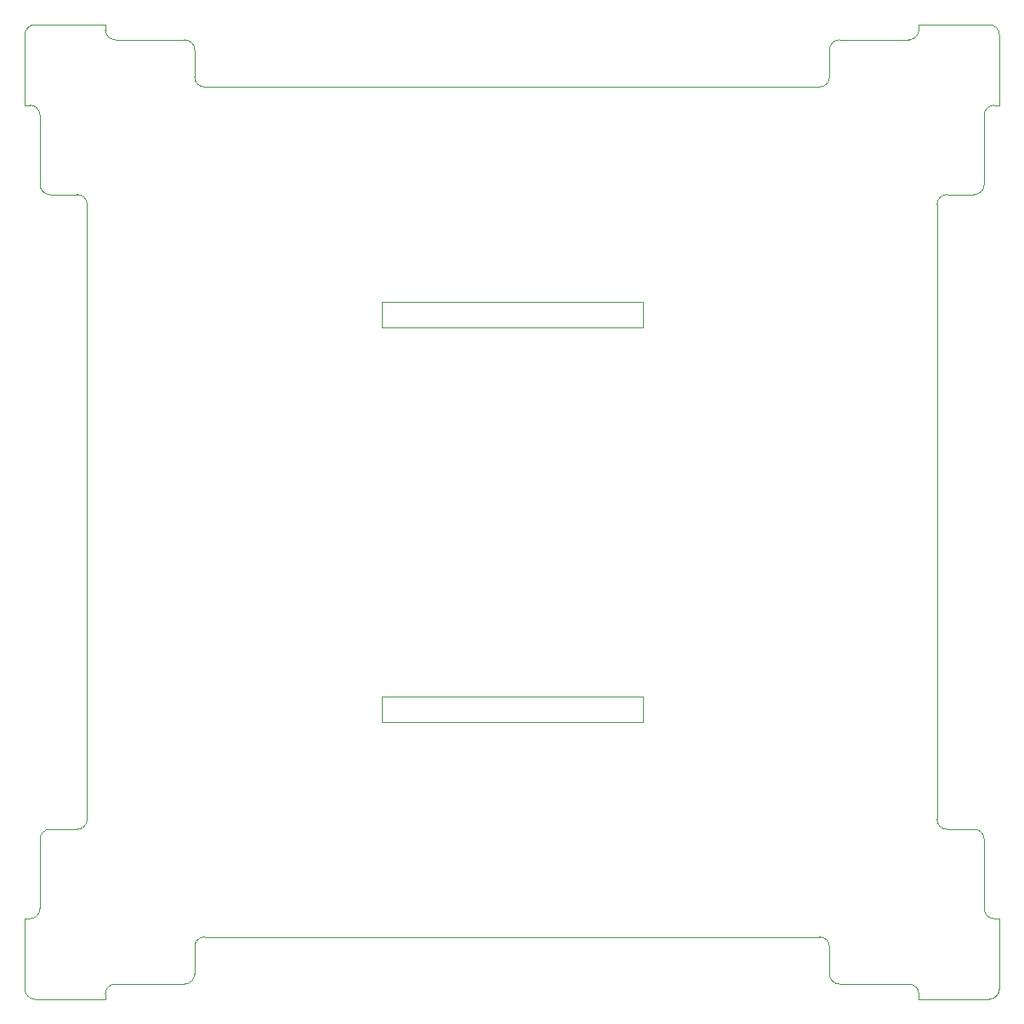
<source format=gm1>
G04 #@! TF.GenerationSoftware,KiCad,Pcbnew,(6.0.5-0)*
G04 #@! TF.CreationDate,2023-03-07T01:44:05-05:00*
G04 #@! TF.ProjectId,antenna-pcb,616e7465-6e6e-4612-9d70-63622e6b6963,3*
G04 #@! TF.SameCoordinates,Original*
G04 #@! TF.FileFunction,Profile,NP*
%FSLAX46Y46*%
G04 Gerber Fmt 4.6, Leading zero omitted, Abs format (unit mm)*
G04 Created by KiCad (PCBNEW (6.0.5-0)) date 2023-03-07 01:44:05*
%MOMM*%
%LPD*%
G01*
G04 APERTURE LIST*
G04 #@! TA.AperFunction,Profile*
%ADD10C,0.100000*%
G04 #@! TD*
G04 APERTURE END LIST*
D10*
X75200000Y-130100000D02*
G75*
G03*
X76200000Y-129100000I0J1000000D01*
G01*
X72500000Y-130100000D02*
G75*
G03*
X71500000Y-131100000I0J-1000000D01*
G01*
X161800000Y-66900000D02*
G75*
G03*
X160800000Y-67900000I0J-1000000D01*
G01*
X167000000Y-58000000D02*
X167000000Y-51000000D01*
X167000000Y-58000000D02*
X166500000Y-58000000D01*
X86900000Y-55200000D02*
G75*
G03*
X87900000Y-56200000I1000000J0D01*
G01*
X159000000Y-50000000D02*
X166000000Y-50000000D01*
X165500000Y-138000000D02*
G75*
G03*
X166500000Y-139000000I1000000J0D01*
G01*
X70000000Y-146000000D02*
G75*
G03*
X71000000Y-147000000I1000000J0D01*
G01*
X149100000Y-140800000D02*
X87900000Y-140800000D01*
X166000000Y-147000000D02*
G75*
G03*
X167000000Y-146000000I0J1000000D01*
G01*
X79000000Y-145500000D02*
G75*
G03*
X78000000Y-146500000I0J-1000000D01*
G01*
X159000000Y-146500000D02*
G75*
G03*
X158000000Y-145500000I-1000000J0D01*
G01*
X70000000Y-139000000D02*
X70000000Y-146000000D01*
X165500000Y-131100000D02*
G75*
G03*
X164500000Y-130100000I-1000000J0D01*
G01*
X70500000Y-58000000D02*
X70000000Y-58000000D01*
X150100000Y-141800000D02*
X150100000Y-144500000D01*
X87900000Y-56200000D02*
X149100000Y-56200000D01*
X71500000Y-65900000D02*
G75*
G03*
X72500000Y-66900000I1000000J0D01*
G01*
X78000000Y-147000000D02*
X71000000Y-147000000D01*
X166000000Y-147000000D02*
X159000000Y-147000000D01*
X166500000Y-139000000D02*
X167000000Y-139000000D01*
X158000000Y-51500000D02*
G75*
G03*
X159000000Y-50500000I0J1000000D01*
G01*
X160800000Y-67900000D02*
X160800000Y-129100000D01*
X85900000Y-145500000D02*
X79000000Y-145500000D01*
X75200000Y-130100000D02*
X72500000Y-130100000D01*
X165500000Y-59000000D02*
X165500000Y-65900000D01*
X150100000Y-55200000D02*
X150100000Y-52500000D01*
X149100000Y-56200000D02*
G75*
G03*
X150100000Y-55200000I0J1000000D01*
G01*
X86900000Y-141800000D02*
X86900000Y-144500000D01*
X158000000Y-145500000D02*
X151100000Y-145500000D01*
X87900000Y-140800000D02*
G75*
G03*
X86900000Y-141800000I0J-1000000D01*
G01*
X105499582Y-116850365D02*
X131499626Y-116850365D01*
X131499626Y-116850365D02*
X131499626Y-119389873D01*
X131499626Y-119389873D02*
X105499582Y-119389873D01*
X105499582Y-119389873D02*
X105499582Y-116850365D01*
X75200000Y-66900000D02*
X72500000Y-66900000D01*
X105500000Y-80150000D02*
X131501130Y-80150000D01*
X131501130Y-80150000D02*
X131501130Y-77611303D01*
X131501130Y-77611303D02*
X105500000Y-77611303D01*
X105500000Y-77611303D02*
X105500000Y-80150000D01*
X78000000Y-50500000D02*
G75*
G03*
X79000000Y-51500000I1000000J0D01*
G01*
X161800000Y-130100000D02*
X164500000Y-130100000D01*
X167000000Y-51000000D02*
G75*
G03*
X166000000Y-50000000I-1000000J0D01*
G01*
X79000000Y-51500000D02*
X85900000Y-51500000D01*
X71500000Y-131100000D02*
X71500000Y-138000000D01*
X161800000Y-66900000D02*
X164500000Y-66900000D01*
X159000000Y-50000000D02*
X159000000Y-50500000D01*
X85900000Y-145500000D02*
G75*
G03*
X86900000Y-144500000I0J1000000D01*
G01*
X78000000Y-50500000D02*
X78000000Y-50000000D01*
X70000000Y-139000000D02*
X70500000Y-139000000D01*
X71500000Y-59000000D02*
G75*
G03*
X70500000Y-58000000I-1000000J0D01*
G01*
X160800000Y-129100000D02*
G75*
G03*
X161800000Y-130100000I1000000J0D01*
G01*
X166500000Y-58000000D02*
G75*
G03*
X165500000Y-59000000I0J-1000000D01*
G01*
X76200000Y-129100000D02*
X76200000Y-67900000D01*
X86900000Y-55200000D02*
X86900000Y-52500000D01*
X70000000Y-51000000D02*
X70000000Y-58000000D01*
X158000000Y-51500000D02*
X151100000Y-51500000D01*
X71500000Y-59000000D02*
X71500000Y-65900000D01*
X86900000Y-52500000D02*
G75*
G03*
X85900000Y-51500000I-1000000J0D01*
G01*
X164500000Y-66900000D02*
G75*
G03*
X165500000Y-65900000I0J1000000D01*
G01*
X150100000Y-141800000D02*
G75*
G03*
X149100000Y-140800000I-1000000J0D01*
G01*
X159000000Y-146500000D02*
X159000000Y-147000000D01*
X70500000Y-139000000D02*
G75*
G03*
X71500000Y-138000000I0J1000000D01*
G01*
X150100000Y-144500000D02*
G75*
G03*
X151100000Y-145500000I1000000J0D01*
G01*
X151100000Y-51500000D02*
G75*
G03*
X150100000Y-52500000I0J-1000000D01*
G01*
X165500000Y-131100000D02*
X165500000Y-138000000D01*
X71000000Y-50000000D02*
G75*
G03*
X70000000Y-51000000I0J-1000000D01*
G01*
X78000000Y-50000000D02*
X71000000Y-50000000D01*
X167000000Y-139000000D02*
X167000000Y-146000000D01*
X76200000Y-67900000D02*
G75*
G03*
X75200000Y-66900000I-1000000J0D01*
G01*
X78000000Y-147000000D02*
X78000000Y-146500000D01*
M02*

</source>
